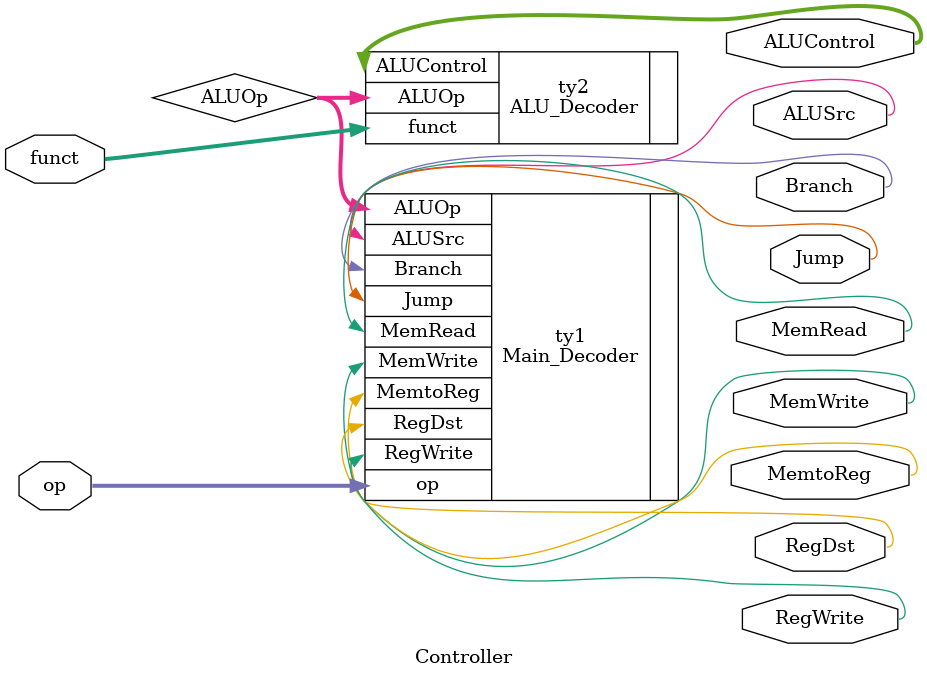
<source format=v>
`timescale 1ns / 1ps

module Controller(
    input [5:0] op,
    input [5:0] funct,
    
    // Mux µÄ sel ÐÅºÅ
    output RegDst,
    output ALUSrc,
    output MemtoReg,
    output Branch,
    output Jump,
    
    // ¶ÁÐ´¿ØÖÆÐÅºÅ
    output MemRead,
    output MemWrite,
    output RegWrite,
    
    // ALU¿ØÖÆÐÅºÅ
    output [2:0] ALUControl
    );
    
    wire [1:0] ALUOp;
    Main_Decoder ty1 (.op(op), .RegDst(RegDst), .ALUSrc(ALUSrc), .MemtoReg(MemtoReg), .Branch(Branch), .Jump(Jump), .MemRead(MemRead), .MemWrite(MemWrite), .RegWrite(RegWrite), .ALUOp(ALUOp));
    ALU_Decoder ty2 (.funct(funct), .ALUOp(ALUOp), .ALUControl(ALUControl));
    
endmodule
</source>
